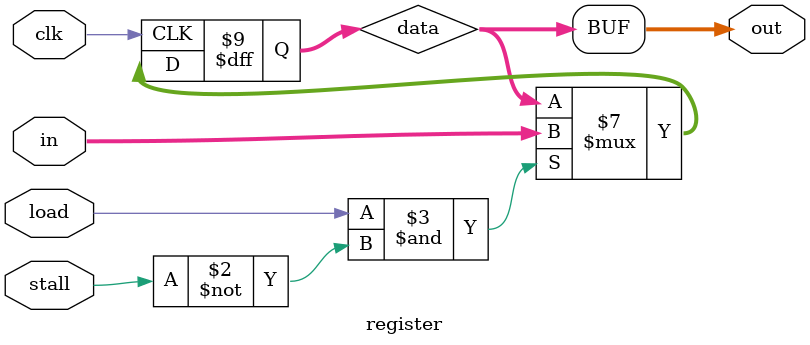
<source format=sv>
module register #(parameter width = 16) (
    /* INPUTS */
    input clk,
    input load,
    input stall,
    input [width-1:0] in,

    /* OUTPUTS */
    output logic [width-1:0] out
);

logic [width-1:0] data;

/* Altera device registers are 0 at power on. Specify this
 * so that Modelsim works as expected.
 */
initial begin
    data = 1'b0;
end

always_ff @(posedge clk) begin
    if (load & ~stall)
        data = in;
end

always_comb begin
    out = data;
end

endmodule : register

</source>
